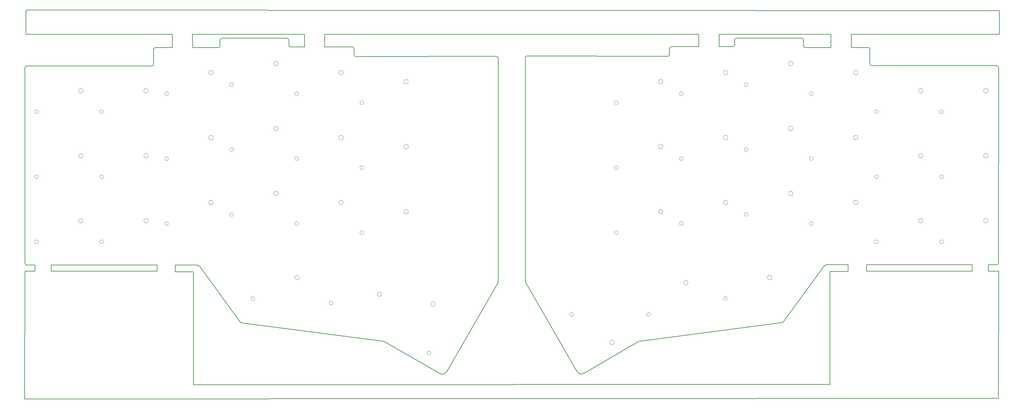
<source format=gm1>
G04 #@! TF.GenerationSoftware,KiCad,Pcbnew,8.0.7*
G04 #@! TF.CreationDate,2025-01-01T00:14:10+01:00*
G04 #@! TF.ProjectId,corne-xiao,636f726e-652d-4786-9961-6f2e6b696361,1.1*
G04 #@! TF.SameCoordinates,Original*
G04 #@! TF.FileFunction,Profile,NP*
%FSLAX46Y46*%
G04 Gerber Fmt 4.6, Leading zero omitted, Abs format (unit mm)*
G04 Created by KiCad (PCBNEW 8.0.7) date 2025-01-01 00:14:10*
%MOMM*%
%LPD*%
G01*
G04 APERTURE LIST*
G04 #@! TA.AperFunction,Profile*
%ADD10C,0.200000*%
G04 #@! TD*
%ADD11C,0.200000*%
G04 #@! TA.AperFunction,Profile*
%ADD12C,0.100000*%
G04 #@! TD*
G04 APERTURE END LIST*
D10*
X277250000Y-16375000D02*
X277250000Y-22484387D01*
X238546412Y-25984350D02*
X238546412Y-22500000D01*
X233233912Y-22500000D02*
X233233912Y-25984350D01*
X204015162Y-25781317D02*
X204015162Y-22490000D01*
X198702662Y-22500000D02*
X198702662Y-25779780D01*
X100937500Y-25826680D02*
X100937500Y-22546900D01*
X95625000Y-22500000D02*
X95625000Y-25828217D01*
X66406250Y-26031250D02*
X66390625Y-22505000D01*
X61093750Y-22500000D02*
X61093750Y-26031250D01*
X22843750Y-16195312D02*
X22843750Y-22500000D01*
X22543468Y-117918947D02*
X277000000Y-117750000D01*
X238546412Y-22500000D02*
X277250000Y-22484387D01*
X204015162Y-22490000D02*
X233233912Y-22500000D01*
X100937500Y-22546900D02*
X198702662Y-22500000D01*
X277062037Y-84500000D02*
X277000000Y-117750000D01*
X231283862Y-83389723D02*
X231905787Y-82828100D01*
X237749537Y-82828100D02*
X231905787Y-82828100D01*
X242530787Y-82828100D02*
X242530787Y-84500000D01*
X270155787Y-82828100D02*
X242530787Y-82828100D01*
X276530787Y-82828100D02*
X274405787Y-82828100D01*
X242530787Y-84500000D02*
X270155787Y-84500000D01*
X274405787Y-82828100D02*
X274405787Y-84500000D01*
X243938090Y-30734399D02*
X276561910Y-30765600D01*
X277062037Y-31265468D02*
X277030909Y-82328227D01*
X153390162Y-28703100D02*
X153387467Y-86968322D01*
X274405787Y-84500000D02*
X277062037Y-84500000D01*
X270155787Y-84500000D02*
X270155787Y-82828100D01*
X237749537Y-82828100D02*
X237767767Y-84608094D01*
X242938095Y-25984350D02*
X238546412Y-25984350D01*
X237767767Y-84608094D02*
X233017767Y-84610076D01*
X208062087Y-24031259D02*
X208062087Y-25281191D01*
X225562163Y-23531133D02*
X208561960Y-23531133D01*
X243437968Y-26484224D02*
X243437968Y-30234525D01*
X226062037Y-24031259D02*
X226062037Y-25484477D01*
X191035132Y-27778758D02*
X191035132Y-26280160D01*
D11*
X220740838Y-97846883D02*
X220567283Y-97959713D01*
X220387273Y-97993181D01*
D10*
X191533477Y-25781303D02*
X198702662Y-25779780D01*
D11*
X183062267Y-102893094D02*
X183263961Y-102838866D01*
X183468481Y-102797089D01*
X183675250Y-102767878D01*
X183716823Y-102763554D01*
X153390162Y-28703100D02*
X153439487Y-28486406D01*
X153572105Y-28317408D01*
X153765130Y-28218987D01*
X153890045Y-28203227D01*
D10*
X183062267Y-102893094D02*
X168768184Y-111154178D01*
D11*
X276561910Y-30765600D02*
X276778692Y-30814849D01*
X276947780Y-30947453D01*
X277046263Y-31140515D01*
X277062037Y-31265468D01*
D10*
X233017767Y-84610076D02*
X233024899Y-114143094D01*
D11*
X277030909Y-82328227D02*
X276981549Y-82544986D01*
X276848859Y-82714005D01*
X276655748Y-82812390D01*
X276530787Y-82828100D01*
D10*
X153890045Y-28203227D02*
X190533482Y-28281172D01*
D11*
X153614558Y-87840811D02*
X153525075Y-87661942D01*
X153449593Y-87447325D01*
X153403419Y-87224683D01*
X153387325Y-86996990D01*
X153387467Y-86968322D01*
X243938090Y-30734399D02*
X243721306Y-30685147D01*
X243552221Y-30552541D01*
X243453740Y-30359478D01*
X243437968Y-30234525D01*
X242938095Y-25984350D02*
X243154787Y-26033678D01*
X243323784Y-26166291D01*
X243422206Y-26359310D01*
X243437968Y-26484224D01*
D10*
X220387273Y-97993181D02*
X183716823Y-102763554D01*
D11*
X226562158Y-25984350D02*
X226345374Y-25935099D01*
X226176289Y-25802493D01*
X226077809Y-25609429D01*
X226062037Y-25484477D01*
X225562163Y-23531133D02*
X225778922Y-23580492D01*
X225947942Y-23713181D01*
X226046327Y-23906293D01*
X226062037Y-24031254D01*
X208062087Y-24031259D02*
X208111336Y-23814476D01*
X208243941Y-23645389D01*
X208437005Y-23546905D01*
X208561960Y-23531133D01*
X208062087Y-25281191D02*
X208012836Y-25497973D01*
X207880231Y-25667060D01*
X207687167Y-25765544D01*
X207562213Y-25781317D01*
X191033604Y-27781298D02*
X190984244Y-27998055D01*
X190851556Y-28167075D01*
X190658444Y-28265461D01*
X190533482Y-28281172D01*
D10*
X207561965Y-25781317D02*
X204015162Y-25781317D01*
X166840067Y-110774706D02*
X153614043Y-87842339D01*
D11*
X168768184Y-111154178D02*
X168584127Y-111258966D01*
X168391379Y-111332965D01*
X168193204Y-111376811D01*
X167992868Y-111391141D01*
X167728037Y-111365432D01*
X167472910Y-111289888D01*
X167292589Y-111201432D01*
X167125348Y-111086428D01*
X166974450Y-110945512D01*
X166843163Y-110779320D01*
D10*
X231283862Y-83389723D02*
X220740838Y-97846883D01*
D11*
X191033604Y-26281177D02*
X191082931Y-26064484D01*
X191215544Y-25895487D01*
X191408563Y-25797065D01*
X191533477Y-25781303D01*
D10*
X233233912Y-25984350D02*
X226562158Y-25984350D01*
X56702067Y-26031250D02*
X61093750Y-26031250D01*
X146250000Y-28750000D02*
X146252695Y-87015222D01*
X22578125Y-84500000D02*
X22543468Y-117918947D01*
X25234375Y-84500000D02*
X22578125Y-84500000D01*
X68356300Y-83436623D02*
X67734375Y-82875000D01*
X61890625Y-82875000D02*
X61906978Y-84655768D01*
X61890625Y-82875000D02*
X67734375Y-82875000D01*
X57109375Y-84500000D02*
X29484375Y-84500000D01*
X57109375Y-82875000D02*
X57109375Y-84500000D01*
X29484375Y-82875000D02*
X57109375Y-82875000D01*
X29484375Y-84500000D02*
X29484375Y-82875000D01*
X25234375Y-82875000D02*
X25234375Y-84500000D01*
X23109375Y-82875000D02*
X25234375Y-82875000D01*
X22578125Y-31312368D02*
X22609253Y-82375127D01*
X55702072Y-30781299D02*
X23078252Y-30812500D01*
X22843750Y-22500000D02*
X61093750Y-22500000D01*
X66406250Y-26031250D02*
X73078004Y-26031250D01*
X92078197Y-25828217D02*
X95625000Y-25828217D01*
X68356300Y-83436623D02*
X78899324Y-97893783D01*
X79252889Y-98040081D02*
X115923339Y-102810454D01*
D11*
X130871978Y-111201078D02*
X131056034Y-111305866D01*
X131248782Y-111379865D01*
X131446957Y-111423711D01*
X131647293Y-111438041D01*
X131912124Y-111412332D01*
X132167251Y-111336788D01*
X132347572Y-111248332D01*
X132514813Y-111133328D01*
X132665711Y-110992412D01*
X132796999Y-110826220D01*
D10*
X132800095Y-110821606D02*
X146026119Y-87889239D01*
D11*
X108606558Y-27828198D02*
X108655917Y-28044955D01*
X108788605Y-28213975D01*
X108981717Y-28312361D01*
X109106680Y-28328072D01*
X108606558Y-26328077D02*
X108557230Y-26111384D01*
X108424617Y-25942387D01*
X108231598Y-25843965D01*
X108106685Y-25828203D01*
X91578075Y-25328091D02*
X91627325Y-25544873D01*
X91759930Y-25713960D01*
X91952994Y-25812444D01*
X92077949Y-25828217D01*
X91578075Y-24078159D02*
X91528825Y-23861376D01*
X91396220Y-23692289D01*
X91203156Y-23593805D01*
X91078202Y-23578033D01*
X74077999Y-23578033D02*
X73861239Y-23627392D01*
X73692219Y-23760081D01*
X73593834Y-23953193D01*
X73578125Y-24078154D01*
X73078004Y-26031250D02*
X73294787Y-25981999D01*
X73463872Y-25849393D01*
X73562352Y-25656329D01*
X73578125Y-25531377D01*
X56702067Y-26031250D02*
X56485374Y-26080578D01*
X56316377Y-26213191D01*
X56217955Y-26406210D01*
X56202194Y-26531124D01*
X55702072Y-30781299D02*
X55918855Y-30732047D01*
X56087940Y-30599441D01*
X56186421Y-30406378D01*
X56202194Y-30281425D01*
X23078252Y-30812500D02*
X22861469Y-30861749D01*
X22692381Y-30994353D01*
X22593898Y-31187415D01*
X22578125Y-31312368D01*
X22609253Y-82375127D02*
X22658612Y-82591886D01*
X22791302Y-82760905D01*
X22984413Y-82859290D01*
X23109375Y-82875000D01*
D10*
X116577895Y-102939994D02*
X130871978Y-111201078D01*
X108106685Y-25828203D02*
X100937500Y-25826680D01*
D11*
X146250000Y-28750000D02*
X146200674Y-28533306D01*
X146068056Y-28364308D01*
X145875031Y-28265887D01*
X145750117Y-28250127D01*
D10*
X145750117Y-28250127D02*
X109106680Y-28328072D01*
X108605030Y-27825658D02*
X108605030Y-26327060D01*
D11*
X146025604Y-87887711D02*
X146115086Y-87708842D01*
X146190568Y-87494225D01*
X146236742Y-87271583D01*
X146252836Y-87043890D01*
X146252695Y-87015222D01*
X78899324Y-97893783D02*
X79072878Y-98006613D01*
X79252889Y-98040081D01*
X116577895Y-102939994D02*
X116376200Y-102885766D01*
X116171680Y-102843989D01*
X115964911Y-102814778D01*
X115923339Y-102810454D01*
D10*
X66622395Y-84656976D02*
X66615263Y-114189994D01*
X22843750Y-16195312D02*
X277250000Y-16375000D01*
X74077999Y-23578033D02*
X91078202Y-23578033D01*
X66615263Y-114189994D02*
X233024899Y-114143094D01*
X66390625Y-22505000D02*
X95625000Y-22500000D01*
X56202194Y-26531124D02*
X56202194Y-30281425D01*
X91578075Y-24078159D02*
X91578075Y-25328091D01*
X61906978Y-84655768D02*
X66622395Y-84656976D01*
X73578125Y-24078159D02*
X73578125Y-25531377D01*
D12*
X43119900Y-42800000D02*
G75*
G02*
X42119900Y-42800000I-500000J0D01*
G01*
X42119900Y-42800000D02*
G75*
G02*
X43119900Y-42800000I500000J0D01*
G01*
X54819900Y-37300000D02*
G75*
G02*
X53619900Y-37300000I-600000J0D01*
G01*
X53619900Y-37300000D02*
G75*
G02*
X54819900Y-37300000I600000J0D01*
G01*
X60119900Y-38050000D02*
G75*
G02*
X59119900Y-38050000I-500000J0D01*
G01*
X59119900Y-38050000D02*
G75*
G02*
X60119900Y-38050000I500000J0D01*
G01*
X71819900Y-32550000D02*
G75*
G02*
X70619900Y-32550000I-600000J0D01*
G01*
X70619900Y-32550000D02*
G75*
G02*
X71819900Y-32550000I600000J0D01*
G01*
X77119900Y-35675200D02*
G75*
G02*
X76119900Y-35675200I-500000J0D01*
G01*
X76119900Y-35675200D02*
G75*
G02*
X77119900Y-35675200I500000J0D01*
G01*
X88819900Y-30175200D02*
G75*
G02*
X87619900Y-30175200I-600000J0D01*
G01*
X87619900Y-30175200D02*
G75*
G02*
X88819900Y-30175200I600000J0D01*
G01*
X94119900Y-38050900D02*
G75*
G02*
X93119900Y-38050900I-500000J0D01*
G01*
X93119900Y-38050900D02*
G75*
G02*
X94119900Y-38050900I500000J0D01*
G01*
X105819900Y-32550900D02*
G75*
G02*
X104619900Y-32550900I-600000J0D01*
G01*
X104619900Y-32550900D02*
G75*
G02*
X105819900Y-32550900I600000J0D01*
G01*
X37819900Y-54300000D02*
G75*
G02*
X36619900Y-54300000I-600000J0D01*
G01*
X36619900Y-54300000D02*
G75*
G02*
X37819900Y-54300000I600000J0D01*
G01*
X26119900Y-59800000D02*
G75*
G02*
X25119900Y-59800000I-500000J0D01*
G01*
X25119900Y-59800000D02*
G75*
G02*
X26119900Y-59800000I500000J0D01*
G01*
X43119900Y-59800000D02*
G75*
G02*
X42119900Y-59800000I-500000J0D01*
G01*
X42119900Y-59800000D02*
G75*
G02*
X43119900Y-59800000I500000J0D01*
G01*
X54819900Y-54300000D02*
G75*
G02*
X53619900Y-54300000I-600000J0D01*
G01*
X53619900Y-54300000D02*
G75*
G02*
X54819900Y-54300000I600000J0D01*
G01*
X60119900Y-55050000D02*
G75*
G02*
X59119900Y-55050000I-500000J0D01*
G01*
X59119900Y-55050000D02*
G75*
G02*
X60119900Y-55050000I500000J0D01*
G01*
X71819900Y-49550000D02*
G75*
G02*
X70619900Y-49550000I-600000J0D01*
G01*
X70619900Y-49550000D02*
G75*
G02*
X71819900Y-49550000I600000J0D01*
G01*
X77119900Y-52674900D02*
G75*
G02*
X76119900Y-52674900I-500000J0D01*
G01*
X76119900Y-52674900D02*
G75*
G02*
X77119900Y-52674900I500000J0D01*
G01*
X88819900Y-47174900D02*
G75*
G02*
X87619900Y-47174900I-600000J0D01*
G01*
X87619900Y-47174900D02*
G75*
G02*
X88819900Y-47174900I600000J0D01*
G01*
X105819900Y-49550500D02*
G75*
G02*
X104619900Y-49550500I-600000J0D01*
G01*
X104619900Y-49550500D02*
G75*
G02*
X105819900Y-49550500I600000J0D01*
G01*
X94119900Y-55050500D02*
G75*
G02*
X93119900Y-55050500I-500000J0D01*
G01*
X93119900Y-55050500D02*
G75*
G02*
X94119900Y-55050500I500000J0D01*
G01*
X111119900Y-57425100D02*
G75*
G02*
X110119900Y-57425100I-500000J0D01*
G01*
X110119900Y-57425100D02*
G75*
G02*
X111119900Y-57425100I500000J0D01*
G01*
X122819900Y-51925100D02*
G75*
G02*
X121619900Y-51925100I-600000J0D01*
G01*
X121619900Y-51925100D02*
G75*
G02*
X122819900Y-51925100I600000J0D01*
G01*
X37819900Y-71300000D02*
G75*
G02*
X36619900Y-71300000I-600000J0D01*
G01*
X36619900Y-71300000D02*
G75*
G02*
X37819900Y-71300000I600000J0D01*
G01*
X26119900Y-76800000D02*
G75*
G02*
X25119900Y-76800000I-500000J0D01*
G01*
X25119900Y-76800000D02*
G75*
G02*
X26119900Y-76800000I500000J0D01*
G01*
X43119900Y-76800000D02*
G75*
G02*
X42119900Y-76800000I-500000J0D01*
G01*
X42119900Y-76800000D02*
G75*
G02*
X43119900Y-76800000I500000J0D01*
G01*
X54819900Y-71300000D02*
G75*
G02*
X53619900Y-71300000I-600000J0D01*
G01*
X53619900Y-71300000D02*
G75*
G02*
X54819900Y-71300000I600000J0D01*
G01*
X60119900Y-72050000D02*
G75*
G02*
X59119900Y-72050000I-500000J0D01*
G01*
X59119900Y-72050000D02*
G75*
G02*
X60119900Y-72050000I500000J0D01*
G01*
X71819900Y-66550000D02*
G75*
G02*
X70619900Y-66550000I-600000J0D01*
G01*
X70619900Y-66550000D02*
G75*
G02*
X71819900Y-66550000I600000J0D01*
G01*
X77119900Y-69675000D02*
G75*
G02*
X76119900Y-69675000I-500000J0D01*
G01*
X76119900Y-69675000D02*
G75*
G02*
X77119900Y-69675000I500000J0D01*
G01*
X88819900Y-64175000D02*
G75*
G02*
X87619900Y-64175000I-600000J0D01*
G01*
X87619900Y-64175000D02*
G75*
G02*
X88819900Y-64175000I600000J0D01*
G01*
X94119900Y-72050000D02*
G75*
G02*
X93119900Y-72050000I-500000J0D01*
G01*
X93119900Y-72050000D02*
G75*
G02*
X94119900Y-72050000I500000J0D01*
G01*
X105819900Y-66550000D02*
G75*
G02*
X104619900Y-66550000I-600000J0D01*
G01*
X104619900Y-66550000D02*
G75*
G02*
X105819900Y-66550000I600000J0D01*
G01*
X111119900Y-74425000D02*
G75*
G02*
X110119900Y-74425000I-500000J0D01*
G01*
X110119900Y-74425000D02*
G75*
G02*
X111119900Y-74425000I500000J0D01*
G01*
X122819900Y-68925000D02*
G75*
G02*
X121619900Y-68925000I-600000J0D01*
G01*
X121619900Y-68925000D02*
G75*
G02*
X122819900Y-68925000I600000J0D01*
G01*
X82619900Y-91675000D02*
G75*
G02*
X81619900Y-91675000I-500000J0D01*
G01*
X81619900Y-91675000D02*
G75*
G02*
X82619900Y-91675000I500000J0D01*
G01*
X94319900Y-86175000D02*
G75*
G02*
X93119900Y-86175000I-600000J0D01*
G01*
X93119900Y-86175000D02*
G75*
G02*
X94319900Y-86175000I600000J0D01*
G01*
X103105778Y-92830146D02*
G75*
G02*
X102105778Y-92830146I-500000J0D01*
G01*
X102105778Y-92830146D02*
G75*
G02*
X103105778Y-92830146I500000J0D01*
G01*
X115834023Y-90519854D02*
G75*
G02*
X114634021Y-90519854I-600001J0D01*
G01*
X114634021Y-90519854D02*
G75*
G02*
X115834023Y-90519854I600001J0D01*
G01*
X128731569Y-105897947D02*
G75*
G02*
X127731571Y-105897947I-499999J0D01*
G01*
X127731571Y-105897947D02*
G75*
G02*
X128731569Y-105897947I499999J0D01*
G01*
X129868431Y-93102053D02*
G75*
G02*
X128668429Y-93102053I-600001J0D01*
G01*
X128668429Y-93102053D02*
G75*
G02*
X129868431Y-93102053I600001J0D01*
G01*
X165968429Y-95852053D02*
G75*
G02*
X164968431Y-95852053I-499999J0D01*
G01*
X164968431Y-95852053D02*
G75*
G02*
X165968429Y-95852053I499999J0D01*
G01*
X176631571Y-103147947D02*
G75*
G02*
X175431569Y-103147947I-600001J0D01*
G01*
X175431569Y-103147947D02*
G75*
G02*
X176631571Y-103147947I600001J0D01*
G01*
X223326900Y-64170000D02*
G75*
G02*
X222126900Y-64170000I-600000J0D01*
G01*
X222126900Y-64170000D02*
G75*
G02*
X223326900Y-64170000I600000J0D01*
G01*
X211626900Y-69670000D02*
G75*
G02*
X210626900Y-69670000I-500000J0D01*
G01*
X210626900Y-69670000D02*
G75*
G02*
X211626900Y-69670000I500000J0D01*
G01*
X206326900Y-66545000D02*
G75*
G02*
X205126900Y-66545000I-600000J0D01*
G01*
X205126900Y-66545000D02*
G75*
G02*
X206326900Y-66545000I600000J0D01*
G01*
X194626900Y-72045000D02*
G75*
G02*
X193626900Y-72045000I-500000J0D01*
G01*
X193626900Y-72045000D02*
G75*
G02*
X194626900Y-72045000I500000J0D01*
G01*
X177626900Y-74420000D02*
G75*
G02*
X176626900Y-74420000I-500000J0D01*
G01*
X176626900Y-74420000D02*
G75*
G02*
X177626900Y-74420000I500000J0D01*
G01*
X189326900Y-68920000D02*
G75*
G02*
X188126900Y-68920000I-600000J0D01*
G01*
X188126900Y-68920000D02*
G75*
G02*
X189326900Y-68920000I600000J0D01*
G01*
X206126900Y-91670000D02*
G75*
G02*
X205126900Y-91670000I-500000J0D01*
G01*
X205126900Y-91670000D02*
G75*
G02*
X206126900Y-91670000I500000J0D01*
G01*
X217826900Y-86170000D02*
G75*
G02*
X216626900Y-86170000I-600000J0D01*
G01*
X216626900Y-86170000D02*
G75*
G02*
X217826900Y-86170000I600000J0D01*
G01*
X186036282Y-95827446D02*
G75*
G02*
X185036286Y-95827446I-499998J0D01*
G01*
X185036286Y-95827446D02*
G75*
G02*
X186036282Y-95827446I499998J0D01*
G01*
X195917518Y-87512554D02*
G75*
G02*
X194717514Y-87512554I-600002J0D01*
G01*
X194717514Y-87512554D02*
G75*
G02*
X195917518Y-87512554I600002J0D01*
G01*
X223326900Y-30170000D02*
G75*
G02*
X222126900Y-30170000I-600000J0D01*
G01*
X222126900Y-30170000D02*
G75*
G02*
X223326900Y-30170000I600000J0D01*
G01*
X211626900Y-35670000D02*
G75*
G02*
X210626900Y-35670000I-500000J0D01*
G01*
X210626900Y-35670000D02*
G75*
G02*
X211626900Y-35670000I500000J0D01*
G01*
X206326900Y-32545000D02*
G75*
G02*
X205126900Y-32545000I-600000J0D01*
G01*
X205126900Y-32545000D02*
G75*
G02*
X206326900Y-32545000I600000J0D01*
G01*
X194626900Y-38045000D02*
G75*
G02*
X193626900Y-38045000I-500000J0D01*
G01*
X193626900Y-38045000D02*
G75*
G02*
X194626900Y-38045000I500000J0D01*
G01*
X262626900Y-59795000D02*
G75*
G02*
X261626900Y-59795000I-500000J0D01*
G01*
X261626900Y-59795000D02*
G75*
G02*
X262626900Y-59795000I500000J0D01*
G01*
X274326900Y-54295000D02*
G75*
G02*
X273126900Y-54295000I-600000J0D01*
G01*
X273126900Y-54295000D02*
G75*
G02*
X274326900Y-54295000I600000J0D01*
G01*
X240326900Y-32545000D02*
G75*
G02*
X239126900Y-32545000I-600000J0D01*
G01*
X239126900Y-32545000D02*
G75*
G02*
X240326900Y-32545000I600000J0D01*
G01*
X228626900Y-38045000D02*
G75*
G02*
X227626900Y-38045000I-500000J0D01*
G01*
X227626900Y-38045000D02*
G75*
G02*
X228626900Y-38045000I500000J0D01*
G01*
X245626900Y-59795000D02*
G75*
G02*
X244626900Y-59795000I-500000J0D01*
G01*
X244626900Y-59795000D02*
G75*
G02*
X245626900Y-59795000I500000J0D01*
G01*
X257326900Y-54295000D02*
G75*
G02*
X256126900Y-54295000I-600000J0D01*
G01*
X256126900Y-54295000D02*
G75*
G02*
X257326900Y-54295000I600000J0D01*
G01*
X245626900Y-76795000D02*
G75*
G02*
X244626900Y-76795000I-500000J0D01*
G01*
X244626900Y-76795000D02*
G75*
G02*
X245626900Y-76795000I500000J0D01*
G01*
X257326900Y-71295000D02*
G75*
G02*
X256126900Y-71295000I-600000J0D01*
G01*
X256126900Y-71295000D02*
G75*
G02*
X257326900Y-71295000I600000J0D01*
G01*
X228626900Y-72045000D02*
G75*
G02*
X227626900Y-72045000I-500000J0D01*
G01*
X227626900Y-72045000D02*
G75*
G02*
X228626900Y-72045000I500000J0D01*
G01*
X240326900Y-66545000D02*
G75*
G02*
X239126900Y-66545000I-600000J0D01*
G01*
X239126900Y-66545000D02*
G75*
G02*
X240326900Y-66545000I600000J0D01*
G01*
X262626900Y-42795000D02*
G75*
G02*
X261626900Y-42795000I-500000J0D01*
G01*
X261626900Y-42795000D02*
G75*
G02*
X262626900Y-42795000I500000J0D01*
G01*
X274326900Y-37295000D02*
G75*
G02*
X273126900Y-37295000I-600000J0D01*
G01*
X273126900Y-37295000D02*
G75*
G02*
X274326900Y-37295000I600000J0D01*
G01*
X245626900Y-42795000D02*
G75*
G02*
X244626900Y-42795000I-500000J0D01*
G01*
X244626900Y-42795000D02*
G75*
G02*
X245626900Y-42795000I500000J0D01*
G01*
X257326900Y-37295000D02*
G75*
G02*
X256126900Y-37295000I-600000J0D01*
G01*
X256126900Y-37295000D02*
G75*
G02*
X257326900Y-37295000I600000J0D01*
G01*
X240326900Y-49545000D02*
G75*
G02*
X239126900Y-49545000I-600000J0D01*
G01*
X239126900Y-49545000D02*
G75*
G02*
X240326900Y-49545000I600000J0D01*
G01*
X228626900Y-55045000D02*
G75*
G02*
X227626900Y-55045000I-500000J0D01*
G01*
X227626900Y-55045000D02*
G75*
G02*
X228626900Y-55045000I500000J0D01*
G01*
X223326900Y-47170000D02*
G75*
G02*
X222126900Y-47170000I-600000J0D01*
G01*
X222126900Y-47170000D02*
G75*
G02*
X223326900Y-47170000I600000J0D01*
G01*
X211626900Y-52670000D02*
G75*
G02*
X210626900Y-52670000I-500000J0D01*
G01*
X210626900Y-52670000D02*
G75*
G02*
X211626900Y-52670000I500000J0D01*
G01*
X206326900Y-49545000D02*
G75*
G02*
X205126900Y-49545000I-600000J0D01*
G01*
X205126900Y-49545000D02*
G75*
G02*
X206326900Y-49545000I600000J0D01*
G01*
X194626900Y-55045000D02*
G75*
G02*
X193626900Y-55045000I-500000J0D01*
G01*
X193626900Y-55045000D02*
G75*
G02*
X194626900Y-55045000I500000J0D01*
G01*
X189326900Y-51920000D02*
G75*
G02*
X188126900Y-51920000I-600000J0D01*
G01*
X188126900Y-51920000D02*
G75*
G02*
X189326900Y-51920000I600000J0D01*
G01*
X177626900Y-57420000D02*
G75*
G02*
X176626900Y-57420000I-500000J0D01*
G01*
X176626900Y-57420000D02*
G75*
G02*
X177626900Y-57420000I500000J0D01*
G01*
X262626900Y-76795000D02*
G75*
G02*
X261626900Y-76795000I-500000J0D01*
G01*
X261626900Y-76795000D02*
G75*
G02*
X262626900Y-76795000I500000J0D01*
G01*
X274326900Y-71295000D02*
G75*
G02*
X273126900Y-71295000I-600000J0D01*
G01*
X273126900Y-71295000D02*
G75*
G02*
X274326900Y-71295000I600000J0D01*
G01*
X37819900Y-37300000D02*
G75*
G02*
X36619900Y-37300000I-600000J0D01*
G01*
X36619900Y-37300000D02*
G75*
G02*
X37819900Y-37300000I600000J0D01*
G01*
X26119900Y-42800000D02*
G75*
G02*
X25119900Y-42800000I-500000J0D01*
G01*
X25119900Y-42800000D02*
G75*
G02*
X26119900Y-42800000I500000J0D01*
G01*
X122819900Y-34925500D02*
G75*
G02*
X121619900Y-34925500I-600000J0D01*
G01*
X121619900Y-34925500D02*
G75*
G02*
X122819900Y-34925500I600000J0D01*
G01*
X111119900Y-40425500D02*
G75*
G02*
X110119900Y-40425500I-500000J0D01*
G01*
X110119900Y-40425500D02*
G75*
G02*
X111119900Y-40425500I500000J0D01*
G01*
X177619900Y-40425000D02*
G75*
G02*
X176619900Y-40425000I-500000J0D01*
G01*
X176619900Y-40425000D02*
G75*
G02*
X177619900Y-40425000I500000J0D01*
G01*
X189319900Y-34925000D02*
G75*
G02*
X188119900Y-34925000I-600000J0D01*
G01*
X188119900Y-34925000D02*
G75*
G02*
X189319900Y-34925000I600000J0D01*
G01*
M02*

</source>
